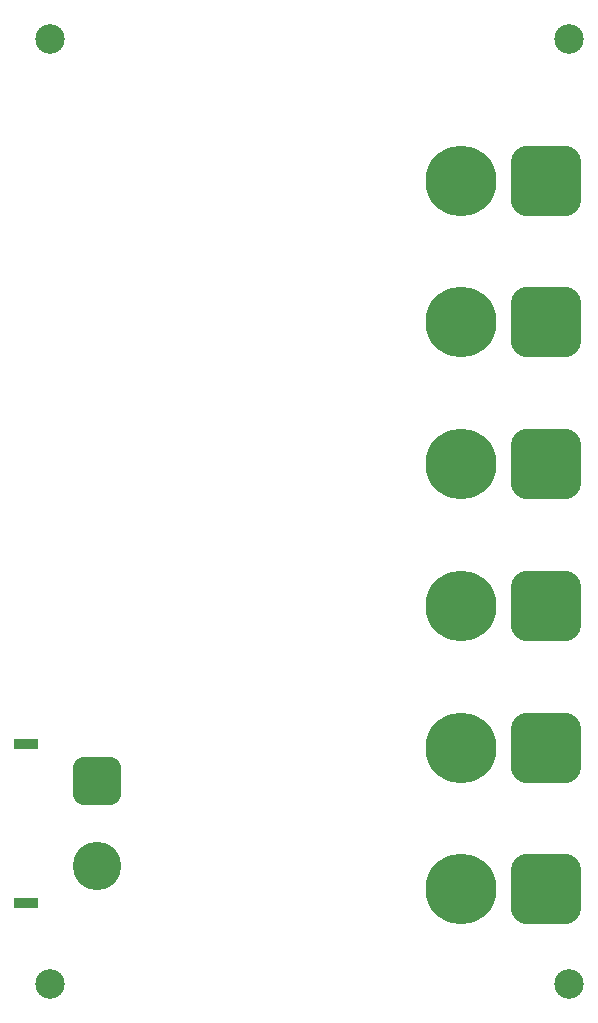
<source format=gbs>
G04 #@! TF.GenerationSoftware,KiCad,Pcbnew,7.0.1*
G04 #@! TF.CreationDate,2023-04-21T09:31:29-07:00*
G04 #@! TF.ProjectId,xt60_array,78743630-5f61-4727-9261-792e6b696361,rev?*
G04 #@! TF.SameCoordinates,Original*
G04 #@! TF.FileFunction,Soldermask,Bot*
G04 #@! TF.FilePolarity,Negative*
%FSLAX46Y46*%
G04 Gerber Fmt 4.6, Leading zero omitted, Abs format (unit mm)*
G04 Created by KiCad (PCBNEW 7.0.1) date 2023-04-21 09:31:29*
%MOMM*%
%LPD*%
G01*
G04 APERTURE LIST*
G04 Aperture macros list*
%AMRoundRect*
0 Rectangle with rounded corners*
0 $1 Rounding radius*
0 $2 $3 $4 $5 $6 $7 $8 $9 X,Y pos of 4 corners*
0 Add a 4 corners polygon primitive as box body*
4,1,4,$2,$3,$4,$5,$6,$7,$8,$9,$2,$3,0*
0 Add four circle primitives for the rounded corners*
1,1,$1+$1,$2,$3*
1,1,$1+$1,$4,$5*
1,1,$1+$1,$6,$7*
1,1,$1+$1,$8,$9*
0 Add four rect primitives between the rounded corners*
20,1,$1+$1,$2,$3,$4,$5,0*
20,1,$1+$1,$4,$5,$6,$7,0*
20,1,$1+$1,$6,$7,$8,$9,0*
20,1,$1+$1,$8,$9,$2,$3,0*%
G04 Aperture macros list end*
%ADD10C,2.500000*%
%ADD11RoundRect,1.500000X1.500000X1.500000X-1.500000X1.500000X-1.500000X-1.500000X1.500000X-1.500000X0*%
%ADD12C,6.000000*%
%ADD13R,2.000000X0.900000*%
%ADD14RoundRect,1.025000X1.025000X-1.025000X1.025000X1.025000X-1.025000X1.025000X-1.025000X-1.025000X0*%
%ADD15C,4.100000*%
G04 APERTURE END LIST*
D10*
X191000000Y-136000000D03*
D11*
X189000000Y-104000000D03*
D12*
X181800000Y-104000000D03*
D10*
X191000000Y-56000000D03*
D11*
X189000000Y-92000000D03*
D12*
X181800000Y-92000000D03*
D10*
X147000000Y-136000000D03*
D11*
X189000000Y-68000000D03*
D12*
X181800000Y-68000000D03*
D10*
X147000000Y-56000000D03*
D13*
X145000000Y-129150000D03*
X145000000Y-115650000D03*
D14*
X151000000Y-118800000D03*
D15*
X151000000Y-126000000D03*
D11*
X189000000Y-80000000D03*
D12*
X181800000Y-80000000D03*
D11*
X189000000Y-116000000D03*
D12*
X181800000Y-116000000D03*
D11*
X189000000Y-128000000D03*
D12*
X181800000Y-128000000D03*
M02*

</source>
